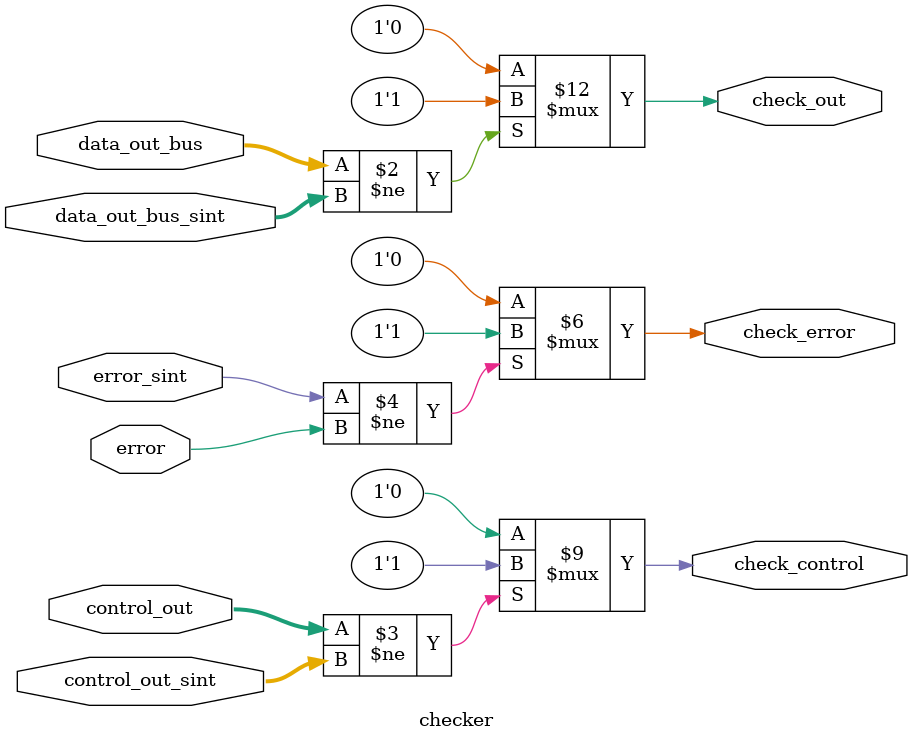
<source format=v>
module checker#(parameter BUS_SIZE = 16,
				parameter WORD_SIZE = 4,
				parameter WORD_NUM = BUS_SIZE / WORD_SIZE
				)(input error,
				input error_sint,
				input [BUS_SIZE-1:0] data_out_bus,
				input [BUS_SIZE-1:0] data_out_bus_sint,
				input [WORD_NUM-1:0] control_out,
				input [WORD_SIZE-1:0] control_out_sint,
				output reg check_out,
				output reg check_control,
				output reg check_error
				);
				
	always @(*) begin
		if(data_out_bus != data_out_bus_sint) begin
			check_out = 1;
		end else check_out = 0;

		if(control_out != control_out_sint) begin
			check_control = 1;
		end else check_control = 0;
	
		if(error_sint != error) begin
			check_error = 1;
		end else check_error = 0;
	end

endmodule
</source>
